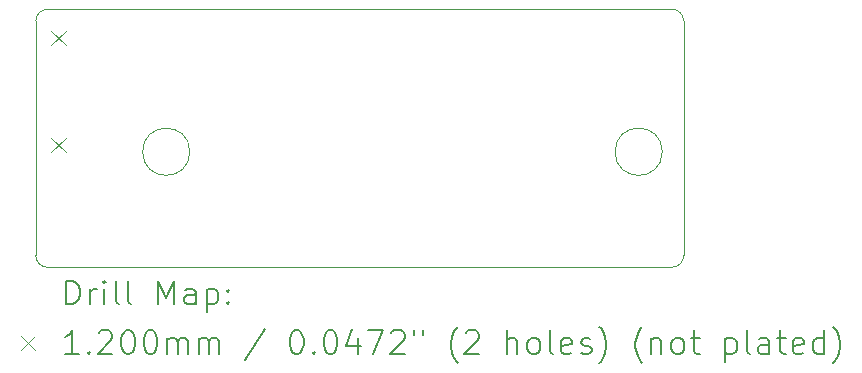
<source format=gbr>
%TF.GenerationSoftware,KiCad,Pcbnew,9.0.2*%
%TF.CreationDate,2025-07-07T17:18:13-07:00*%
%TF.ProjectId,switch_debounce_unit,73776974-6368-45f6-9465-626f756e6365,rev?*%
%TF.SameCoordinates,Original*%
%TF.FileFunction,Drillmap*%
%TF.FilePolarity,Positive*%
%FSLAX45Y45*%
G04 Gerber Fmt 4.5, Leading zero omitted, Abs format (unit mm)*
G04 Created by KiCad (PCBNEW 9.0.2) date 2025-07-07 17:18:13*
%MOMM*%
%LPD*%
G01*
G04 APERTURE LIST*
%ADD10C,0.050000*%
%ADD11C,0.200000*%
%ADD12C,0.120000*%
G04 APERTURE END LIST*
D10*
X6692900Y-3290900D02*
G75*
G02*
X6592900Y-3390900I-100000J0D01*
G01*
X1306500Y-3390900D02*
G75*
G02*
X1206500Y-3290900I0J100000D01*
G01*
X6592900Y-1206500D02*
G75*
G02*
X6692900Y-1306500I0J-100000D01*
G01*
X1206500Y-1306500D02*
G75*
G02*
X1306500Y-1206500I100000J0D01*
G01*
X6692900Y-1306500D02*
X6692900Y-3290900D01*
X1206500Y-3290900D02*
X1206500Y-1306500D01*
X6592900Y-3390900D02*
X1306500Y-3390900D01*
X1306500Y-1206500D02*
X6592900Y-1206500D01*
X6511400Y-2413000D02*
G75*
G02*
X6111400Y-2413000I-200000J0D01*
G01*
X6111400Y-2413000D02*
G75*
G02*
X6511400Y-2413000I200000J0D01*
G01*
X2511400Y-2413000D02*
G75*
G02*
X2111400Y-2413000I-200000J0D01*
G01*
X2111400Y-2413000D02*
G75*
G02*
X2511400Y-2413000I200000J0D01*
G01*
D11*
D12*
X1340200Y-1392900D02*
X1460200Y-1512900D01*
X1460200Y-1392900D02*
X1340200Y-1512900D01*
X1340200Y-2294600D02*
X1460200Y-2414600D01*
X1460200Y-2294600D02*
X1340200Y-2414600D01*
D11*
X1464777Y-3704884D02*
X1464777Y-3504884D01*
X1464777Y-3504884D02*
X1512396Y-3504884D01*
X1512396Y-3504884D02*
X1540967Y-3514408D01*
X1540967Y-3514408D02*
X1560015Y-3533455D01*
X1560015Y-3533455D02*
X1569539Y-3552503D01*
X1569539Y-3552503D02*
X1579062Y-3590598D01*
X1579062Y-3590598D02*
X1579062Y-3619169D01*
X1579062Y-3619169D02*
X1569539Y-3657265D01*
X1569539Y-3657265D02*
X1560015Y-3676312D01*
X1560015Y-3676312D02*
X1540967Y-3695360D01*
X1540967Y-3695360D02*
X1512396Y-3704884D01*
X1512396Y-3704884D02*
X1464777Y-3704884D01*
X1664777Y-3704884D02*
X1664777Y-3571550D01*
X1664777Y-3609646D02*
X1674301Y-3590598D01*
X1674301Y-3590598D02*
X1683824Y-3581074D01*
X1683824Y-3581074D02*
X1702872Y-3571550D01*
X1702872Y-3571550D02*
X1721920Y-3571550D01*
X1788586Y-3704884D02*
X1788586Y-3571550D01*
X1788586Y-3504884D02*
X1779062Y-3514408D01*
X1779062Y-3514408D02*
X1788586Y-3523931D01*
X1788586Y-3523931D02*
X1798110Y-3514408D01*
X1798110Y-3514408D02*
X1788586Y-3504884D01*
X1788586Y-3504884D02*
X1788586Y-3523931D01*
X1912396Y-3704884D02*
X1893348Y-3695360D01*
X1893348Y-3695360D02*
X1883824Y-3676312D01*
X1883824Y-3676312D02*
X1883824Y-3504884D01*
X2017158Y-3704884D02*
X1998110Y-3695360D01*
X1998110Y-3695360D02*
X1988586Y-3676312D01*
X1988586Y-3676312D02*
X1988586Y-3504884D01*
X2245729Y-3704884D02*
X2245729Y-3504884D01*
X2245729Y-3504884D02*
X2312396Y-3647741D01*
X2312396Y-3647741D02*
X2379063Y-3504884D01*
X2379063Y-3504884D02*
X2379063Y-3704884D01*
X2560015Y-3704884D02*
X2560015Y-3600122D01*
X2560015Y-3600122D02*
X2550491Y-3581074D01*
X2550491Y-3581074D02*
X2531444Y-3571550D01*
X2531444Y-3571550D02*
X2493348Y-3571550D01*
X2493348Y-3571550D02*
X2474301Y-3581074D01*
X2560015Y-3695360D02*
X2540967Y-3704884D01*
X2540967Y-3704884D02*
X2493348Y-3704884D01*
X2493348Y-3704884D02*
X2474301Y-3695360D01*
X2474301Y-3695360D02*
X2464777Y-3676312D01*
X2464777Y-3676312D02*
X2464777Y-3657265D01*
X2464777Y-3657265D02*
X2474301Y-3638217D01*
X2474301Y-3638217D02*
X2493348Y-3628693D01*
X2493348Y-3628693D02*
X2540967Y-3628693D01*
X2540967Y-3628693D02*
X2560015Y-3619169D01*
X2655253Y-3571550D02*
X2655253Y-3771550D01*
X2655253Y-3581074D02*
X2674301Y-3571550D01*
X2674301Y-3571550D02*
X2712396Y-3571550D01*
X2712396Y-3571550D02*
X2731444Y-3581074D01*
X2731444Y-3581074D02*
X2740967Y-3590598D01*
X2740967Y-3590598D02*
X2750491Y-3609646D01*
X2750491Y-3609646D02*
X2750491Y-3666788D01*
X2750491Y-3666788D02*
X2740967Y-3685836D01*
X2740967Y-3685836D02*
X2731444Y-3695360D01*
X2731444Y-3695360D02*
X2712396Y-3704884D01*
X2712396Y-3704884D02*
X2674301Y-3704884D01*
X2674301Y-3704884D02*
X2655253Y-3695360D01*
X2836205Y-3685836D02*
X2845729Y-3695360D01*
X2845729Y-3695360D02*
X2836205Y-3704884D01*
X2836205Y-3704884D02*
X2826682Y-3695360D01*
X2826682Y-3695360D02*
X2836205Y-3685836D01*
X2836205Y-3685836D02*
X2836205Y-3704884D01*
X2836205Y-3581074D02*
X2845729Y-3590598D01*
X2845729Y-3590598D02*
X2836205Y-3600122D01*
X2836205Y-3600122D02*
X2826682Y-3590598D01*
X2826682Y-3590598D02*
X2836205Y-3581074D01*
X2836205Y-3581074D02*
X2836205Y-3600122D01*
D12*
X1084000Y-3973400D02*
X1204000Y-4093400D01*
X1204000Y-3973400D02*
X1084000Y-4093400D01*
D11*
X1569539Y-4124884D02*
X1455253Y-4124884D01*
X1512396Y-4124884D02*
X1512396Y-3924884D01*
X1512396Y-3924884D02*
X1493348Y-3953455D01*
X1493348Y-3953455D02*
X1474301Y-3972503D01*
X1474301Y-3972503D02*
X1455253Y-3982027D01*
X1655253Y-4105836D02*
X1664777Y-4115360D01*
X1664777Y-4115360D02*
X1655253Y-4124884D01*
X1655253Y-4124884D02*
X1645729Y-4115360D01*
X1645729Y-4115360D02*
X1655253Y-4105836D01*
X1655253Y-4105836D02*
X1655253Y-4124884D01*
X1740967Y-3943931D02*
X1750491Y-3934408D01*
X1750491Y-3934408D02*
X1769539Y-3924884D01*
X1769539Y-3924884D02*
X1817158Y-3924884D01*
X1817158Y-3924884D02*
X1836205Y-3934408D01*
X1836205Y-3934408D02*
X1845729Y-3943931D01*
X1845729Y-3943931D02*
X1855253Y-3962979D01*
X1855253Y-3962979D02*
X1855253Y-3982027D01*
X1855253Y-3982027D02*
X1845729Y-4010598D01*
X1845729Y-4010598D02*
X1731443Y-4124884D01*
X1731443Y-4124884D02*
X1855253Y-4124884D01*
X1979062Y-3924884D02*
X1998110Y-3924884D01*
X1998110Y-3924884D02*
X2017158Y-3934408D01*
X2017158Y-3934408D02*
X2026682Y-3943931D01*
X2026682Y-3943931D02*
X2036205Y-3962979D01*
X2036205Y-3962979D02*
X2045729Y-4001074D01*
X2045729Y-4001074D02*
X2045729Y-4048693D01*
X2045729Y-4048693D02*
X2036205Y-4086788D01*
X2036205Y-4086788D02*
X2026682Y-4105836D01*
X2026682Y-4105836D02*
X2017158Y-4115360D01*
X2017158Y-4115360D02*
X1998110Y-4124884D01*
X1998110Y-4124884D02*
X1979062Y-4124884D01*
X1979062Y-4124884D02*
X1960015Y-4115360D01*
X1960015Y-4115360D02*
X1950491Y-4105836D01*
X1950491Y-4105836D02*
X1940967Y-4086788D01*
X1940967Y-4086788D02*
X1931443Y-4048693D01*
X1931443Y-4048693D02*
X1931443Y-4001074D01*
X1931443Y-4001074D02*
X1940967Y-3962979D01*
X1940967Y-3962979D02*
X1950491Y-3943931D01*
X1950491Y-3943931D02*
X1960015Y-3934408D01*
X1960015Y-3934408D02*
X1979062Y-3924884D01*
X2169539Y-3924884D02*
X2188586Y-3924884D01*
X2188586Y-3924884D02*
X2207634Y-3934408D01*
X2207634Y-3934408D02*
X2217158Y-3943931D01*
X2217158Y-3943931D02*
X2226682Y-3962979D01*
X2226682Y-3962979D02*
X2236205Y-4001074D01*
X2236205Y-4001074D02*
X2236205Y-4048693D01*
X2236205Y-4048693D02*
X2226682Y-4086788D01*
X2226682Y-4086788D02*
X2217158Y-4105836D01*
X2217158Y-4105836D02*
X2207634Y-4115360D01*
X2207634Y-4115360D02*
X2188586Y-4124884D01*
X2188586Y-4124884D02*
X2169539Y-4124884D01*
X2169539Y-4124884D02*
X2150491Y-4115360D01*
X2150491Y-4115360D02*
X2140967Y-4105836D01*
X2140967Y-4105836D02*
X2131444Y-4086788D01*
X2131444Y-4086788D02*
X2121920Y-4048693D01*
X2121920Y-4048693D02*
X2121920Y-4001074D01*
X2121920Y-4001074D02*
X2131444Y-3962979D01*
X2131444Y-3962979D02*
X2140967Y-3943931D01*
X2140967Y-3943931D02*
X2150491Y-3934408D01*
X2150491Y-3934408D02*
X2169539Y-3924884D01*
X2321920Y-4124884D02*
X2321920Y-3991550D01*
X2321920Y-4010598D02*
X2331444Y-4001074D01*
X2331444Y-4001074D02*
X2350491Y-3991550D01*
X2350491Y-3991550D02*
X2379063Y-3991550D01*
X2379063Y-3991550D02*
X2398110Y-4001074D01*
X2398110Y-4001074D02*
X2407634Y-4020122D01*
X2407634Y-4020122D02*
X2407634Y-4124884D01*
X2407634Y-4020122D02*
X2417158Y-4001074D01*
X2417158Y-4001074D02*
X2436205Y-3991550D01*
X2436205Y-3991550D02*
X2464777Y-3991550D01*
X2464777Y-3991550D02*
X2483825Y-4001074D01*
X2483825Y-4001074D02*
X2493348Y-4020122D01*
X2493348Y-4020122D02*
X2493348Y-4124884D01*
X2588586Y-4124884D02*
X2588586Y-3991550D01*
X2588586Y-4010598D02*
X2598110Y-4001074D01*
X2598110Y-4001074D02*
X2617158Y-3991550D01*
X2617158Y-3991550D02*
X2645729Y-3991550D01*
X2645729Y-3991550D02*
X2664777Y-4001074D01*
X2664777Y-4001074D02*
X2674301Y-4020122D01*
X2674301Y-4020122D02*
X2674301Y-4124884D01*
X2674301Y-4020122D02*
X2683825Y-4001074D01*
X2683825Y-4001074D02*
X2702872Y-3991550D01*
X2702872Y-3991550D02*
X2731444Y-3991550D01*
X2731444Y-3991550D02*
X2750491Y-4001074D01*
X2750491Y-4001074D02*
X2760015Y-4020122D01*
X2760015Y-4020122D02*
X2760015Y-4124884D01*
X3150491Y-3915360D02*
X2979063Y-4172503D01*
X3407634Y-3924884D02*
X3426682Y-3924884D01*
X3426682Y-3924884D02*
X3445729Y-3934408D01*
X3445729Y-3934408D02*
X3455253Y-3943931D01*
X3455253Y-3943931D02*
X3464777Y-3962979D01*
X3464777Y-3962979D02*
X3474301Y-4001074D01*
X3474301Y-4001074D02*
X3474301Y-4048693D01*
X3474301Y-4048693D02*
X3464777Y-4086788D01*
X3464777Y-4086788D02*
X3455253Y-4105836D01*
X3455253Y-4105836D02*
X3445729Y-4115360D01*
X3445729Y-4115360D02*
X3426682Y-4124884D01*
X3426682Y-4124884D02*
X3407634Y-4124884D01*
X3407634Y-4124884D02*
X3388586Y-4115360D01*
X3388586Y-4115360D02*
X3379063Y-4105836D01*
X3379063Y-4105836D02*
X3369539Y-4086788D01*
X3369539Y-4086788D02*
X3360015Y-4048693D01*
X3360015Y-4048693D02*
X3360015Y-4001074D01*
X3360015Y-4001074D02*
X3369539Y-3962979D01*
X3369539Y-3962979D02*
X3379063Y-3943931D01*
X3379063Y-3943931D02*
X3388586Y-3934408D01*
X3388586Y-3934408D02*
X3407634Y-3924884D01*
X3560015Y-4105836D02*
X3569539Y-4115360D01*
X3569539Y-4115360D02*
X3560015Y-4124884D01*
X3560015Y-4124884D02*
X3550491Y-4115360D01*
X3550491Y-4115360D02*
X3560015Y-4105836D01*
X3560015Y-4105836D02*
X3560015Y-4124884D01*
X3693348Y-3924884D02*
X3712396Y-3924884D01*
X3712396Y-3924884D02*
X3731444Y-3934408D01*
X3731444Y-3934408D02*
X3740967Y-3943931D01*
X3740967Y-3943931D02*
X3750491Y-3962979D01*
X3750491Y-3962979D02*
X3760015Y-4001074D01*
X3760015Y-4001074D02*
X3760015Y-4048693D01*
X3760015Y-4048693D02*
X3750491Y-4086788D01*
X3750491Y-4086788D02*
X3740967Y-4105836D01*
X3740967Y-4105836D02*
X3731444Y-4115360D01*
X3731444Y-4115360D02*
X3712396Y-4124884D01*
X3712396Y-4124884D02*
X3693348Y-4124884D01*
X3693348Y-4124884D02*
X3674301Y-4115360D01*
X3674301Y-4115360D02*
X3664777Y-4105836D01*
X3664777Y-4105836D02*
X3655253Y-4086788D01*
X3655253Y-4086788D02*
X3645729Y-4048693D01*
X3645729Y-4048693D02*
X3645729Y-4001074D01*
X3645729Y-4001074D02*
X3655253Y-3962979D01*
X3655253Y-3962979D02*
X3664777Y-3943931D01*
X3664777Y-3943931D02*
X3674301Y-3934408D01*
X3674301Y-3934408D02*
X3693348Y-3924884D01*
X3931444Y-3991550D02*
X3931444Y-4124884D01*
X3883825Y-3915360D02*
X3836206Y-4058217D01*
X3836206Y-4058217D02*
X3960015Y-4058217D01*
X4017158Y-3924884D02*
X4150491Y-3924884D01*
X4150491Y-3924884D02*
X4064777Y-4124884D01*
X4217158Y-3943931D02*
X4226682Y-3934408D01*
X4226682Y-3934408D02*
X4245729Y-3924884D01*
X4245729Y-3924884D02*
X4293349Y-3924884D01*
X4293349Y-3924884D02*
X4312396Y-3934408D01*
X4312396Y-3934408D02*
X4321920Y-3943931D01*
X4321920Y-3943931D02*
X4331444Y-3962979D01*
X4331444Y-3962979D02*
X4331444Y-3982027D01*
X4331444Y-3982027D02*
X4321920Y-4010598D01*
X4321920Y-4010598D02*
X4207634Y-4124884D01*
X4207634Y-4124884D02*
X4331444Y-4124884D01*
X4407634Y-3924884D02*
X4407634Y-3962979D01*
X4483825Y-3924884D02*
X4483825Y-3962979D01*
X4779063Y-4201074D02*
X4769539Y-4191550D01*
X4769539Y-4191550D02*
X4750491Y-4162979D01*
X4750491Y-4162979D02*
X4740968Y-4143931D01*
X4740968Y-4143931D02*
X4731444Y-4115360D01*
X4731444Y-4115360D02*
X4721920Y-4067741D01*
X4721920Y-4067741D02*
X4721920Y-4029646D01*
X4721920Y-4029646D02*
X4731444Y-3982027D01*
X4731444Y-3982027D02*
X4740968Y-3953455D01*
X4740968Y-3953455D02*
X4750491Y-3934408D01*
X4750491Y-3934408D02*
X4769539Y-3905836D01*
X4769539Y-3905836D02*
X4779063Y-3896312D01*
X4845730Y-3943931D02*
X4855253Y-3934408D01*
X4855253Y-3934408D02*
X4874301Y-3924884D01*
X4874301Y-3924884D02*
X4921920Y-3924884D01*
X4921920Y-3924884D02*
X4940968Y-3934408D01*
X4940968Y-3934408D02*
X4950491Y-3943931D01*
X4950491Y-3943931D02*
X4960015Y-3962979D01*
X4960015Y-3962979D02*
X4960015Y-3982027D01*
X4960015Y-3982027D02*
X4950491Y-4010598D01*
X4950491Y-4010598D02*
X4836206Y-4124884D01*
X4836206Y-4124884D02*
X4960015Y-4124884D01*
X5198111Y-4124884D02*
X5198111Y-3924884D01*
X5283825Y-4124884D02*
X5283825Y-4020122D01*
X5283825Y-4020122D02*
X5274301Y-4001074D01*
X5274301Y-4001074D02*
X5255253Y-3991550D01*
X5255253Y-3991550D02*
X5226682Y-3991550D01*
X5226682Y-3991550D02*
X5207634Y-4001074D01*
X5207634Y-4001074D02*
X5198111Y-4010598D01*
X5407634Y-4124884D02*
X5388587Y-4115360D01*
X5388587Y-4115360D02*
X5379063Y-4105836D01*
X5379063Y-4105836D02*
X5369539Y-4086788D01*
X5369539Y-4086788D02*
X5369539Y-4029646D01*
X5369539Y-4029646D02*
X5379063Y-4010598D01*
X5379063Y-4010598D02*
X5388587Y-4001074D01*
X5388587Y-4001074D02*
X5407634Y-3991550D01*
X5407634Y-3991550D02*
X5436206Y-3991550D01*
X5436206Y-3991550D02*
X5455253Y-4001074D01*
X5455253Y-4001074D02*
X5464777Y-4010598D01*
X5464777Y-4010598D02*
X5474301Y-4029646D01*
X5474301Y-4029646D02*
X5474301Y-4086788D01*
X5474301Y-4086788D02*
X5464777Y-4105836D01*
X5464777Y-4105836D02*
X5455253Y-4115360D01*
X5455253Y-4115360D02*
X5436206Y-4124884D01*
X5436206Y-4124884D02*
X5407634Y-4124884D01*
X5588587Y-4124884D02*
X5569539Y-4115360D01*
X5569539Y-4115360D02*
X5560015Y-4096312D01*
X5560015Y-4096312D02*
X5560015Y-3924884D01*
X5740968Y-4115360D02*
X5721920Y-4124884D01*
X5721920Y-4124884D02*
X5683825Y-4124884D01*
X5683825Y-4124884D02*
X5664777Y-4115360D01*
X5664777Y-4115360D02*
X5655253Y-4096312D01*
X5655253Y-4096312D02*
X5655253Y-4020122D01*
X5655253Y-4020122D02*
X5664777Y-4001074D01*
X5664777Y-4001074D02*
X5683825Y-3991550D01*
X5683825Y-3991550D02*
X5721920Y-3991550D01*
X5721920Y-3991550D02*
X5740968Y-4001074D01*
X5740968Y-4001074D02*
X5750491Y-4020122D01*
X5750491Y-4020122D02*
X5750491Y-4039169D01*
X5750491Y-4039169D02*
X5655253Y-4058217D01*
X5826682Y-4115360D02*
X5845730Y-4124884D01*
X5845730Y-4124884D02*
X5883825Y-4124884D01*
X5883825Y-4124884D02*
X5902872Y-4115360D01*
X5902872Y-4115360D02*
X5912396Y-4096312D01*
X5912396Y-4096312D02*
X5912396Y-4086788D01*
X5912396Y-4086788D02*
X5902872Y-4067741D01*
X5902872Y-4067741D02*
X5883825Y-4058217D01*
X5883825Y-4058217D02*
X5855253Y-4058217D01*
X5855253Y-4058217D02*
X5836206Y-4048693D01*
X5836206Y-4048693D02*
X5826682Y-4029646D01*
X5826682Y-4029646D02*
X5826682Y-4020122D01*
X5826682Y-4020122D02*
X5836206Y-4001074D01*
X5836206Y-4001074D02*
X5855253Y-3991550D01*
X5855253Y-3991550D02*
X5883825Y-3991550D01*
X5883825Y-3991550D02*
X5902872Y-4001074D01*
X5979063Y-4201074D02*
X5988587Y-4191550D01*
X5988587Y-4191550D02*
X6007634Y-4162979D01*
X6007634Y-4162979D02*
X6017158Y-4143931D01*
X6017158Y-4143931D02*
X6026682Y-4115360D01*
X6026682Y-4115360D02*
X6036206Y-4067741D01*
X6036206Y-4067741D02*
X6036206Y-4029646D01*
X6036206Y-4029646D02*
X6026682Y-3982027D01*
X6026682Y-3982027D02*
X6017158Y-3953455D01*
X6017158Y-3953455D02*
X6007634Y-3934408D01*
X6007634Y-3934408D02*
X5988587Y-3905836D01*
X5988587Y-3905836D02*
X5979063Y-3896312D01*
X6340968Y-4201074D02*
X6331444Y-4191550D01*
X6331444Y-4191550D02*
X6312396Y-4162979D01*
X6312396Y-4162979D02*
X6302872Y-4143931D01*
X6302872Y-4143931D02*
X6293349Y-4115360D01*
X6293349Y-4115360D02*
X6283825Y-4067741D01*
X6283825Y-4067741D02*
X6283825Y-4029646D01*
X6283825Y-4029646D02*
X6293349Y-3982027D01*
X6293349Y-3982027D02*
X6302872Y-3953455D01*
X6302872Y-3953455D02*
X6312396Y-3934408D01*
X6312396Y-3934408D02*
X6331444Y-3905836D01*
X6331444Y-3905836D02*
X6340968Y-3896312D01*
X6417158Y-3991550D02*
X6417158Y-4124884D01*
X6417158Y-4010598D02*
X6426682Y-4001074D01*
X6426682Y-4001074D02*
X6445730Y-3991550D01*
X6445730Y-3991550D02*
X6474301Y-3991550D01*
X6474301Y-3991550D02*
X6493349Y-4001074D01*
X6493349Y-4001074D02*
X6502872Y-4020122D01*
X6502872Y-4020122D02*
X6502872Y-4124884D01*
X6626682Y-4124884D02*
X6607634Y-4115360D01*
X6607634Y-4115360D02*
X6598111Y-4105836D01*
X6598111Y-4105836D02*
X6588587Y-4086788D01*
X6588587Y-4086788D02*
X6588587Y-4029646D01*
X6588587Y-4029646D02*
X6598111Y-4010598D01*
X6598111Y-4010598D02*
X6607634Y-4001074D01*
X6607634Y-4001074D02*
X6626682Y-3991550D01*
X6626682Y-3991550D02*
X6655253Y-3991550D01*
X6655253Y-3991550D02*
X6674301Y-4001074D01*
X6674301Y-4001074D02*
X6683825Y-4010598D01*
X6683825Y-4010598D02*
X6693349Y-4029646D01*
X6693349Y-4029646D02*
X6693349Y-4086788D01*
X6693349Y-4086788D02*
X6683825Y-4105836D01*
X6683825Y-4105836D02*
X6674301Y-4115360D01*
X6674301Y-4115360D02*
X6655253Y-4124884D01*
X6655253Y-4124884D02*
X6626682Y-4124884D01*
X6750492Y-3991550D02*
X6826682Y-3991550D01*
X6779063Y-3924884D02*
X6779063Y-4096312D01*
X6779063Y-4096312D02*
X6788587Y-4115360D01*
X6788587Y-4115360D02*
X6807634Y-4124884D01*
X6807634Y-4124884D02*
X6826682Y-4124884D01*
X7045730Y-3991550D02*
X7045730Y-4191550D01*
X7045730Y-4001074D02*
X7064777Y-3991550D01*
X7064777Y-3991550D02*
X7102873Y-3991550D01*
X7102873Y-3991550D02*
X7121920Y-4001074D01*
X7121920Y-4001074D02*
X7131444Y-4010598D01*
X7131444Y-4010598D02*
X7140968Y-4029646D01*
X7140968Y-4029646D02*
X7140968Y-4086788D01*
X7140968Y-4086788D02*
X7131444Y-4105836D01*
X7131444Y-4105836D02*
X7121920Y-4115360D01*
X7121920Y-4115360D02*
X7102873Y-4124884D01*
X7102873Y-4124884D02*
X7064777Y-4124884D01*
X7064777Y-4124884D02*
X7045730Y-4115360D01*
X7255253Y-4124884D02*
X7236206Y-4115360D01*
X7236206Y-4115360D02*
X7226682Y-4096312D01*
X7226682Y-4096312D02*
X7226682Y-3924884D01*
X7417158Y-4124884D02*
X7417158Y-4020122D01*
X7417158Y-4020122D02*
X7407634Y-4001074D01*
X7407634Y-4001074D02*
X7388587Y-3991550D01*
X7388587Y-3991550D02*
X7350492Y-3991550D01*
X7350492Y-3991550D02*
X7331444Y-4001074D01*
X7417158Y-4115360D02*
X7398111Y-4124884D01*
X7398111Y-4124884D02*
X7350492Y-4124884D01*
X7350492Y-4124884D02*
X7331444Y-4115360D01*
X7331444Y-4115360D02*
X7321920Y-4096312D01*
X7321920Y-4096312D02*
X7321920Y-4077265D01*
X7321920Y-4077265D02*
X7331444Y-4058217D01*
X7331444Y-4058217D02*
X7350492Y-4048693D01*
X7350492Y-4048693D02*
X7398111Y-4048693D01*
X7398111Y-4048693D02*
X7417158Y-4039169D01*
X7483825Y-3991550D02*
X7560015Y-3991550D01*
X7512396Y-3924884D02*
X7512396Y-4096312D01*
X7512396Y-4096312D02*
X7521920Y-4115360D01*
X7521920Y-4115360D02*
X7540968Y-4124884D01*
X7540968Y-4124884D02*
X7560015Y-4124884D01*
X7702873Y-4115360D02*
X7683825Y-4124884D01*
X7683825Y-4124884D02*
X7645730Y-4124884D01*
X7645730Y-4124884D02*
X7626682Y-4115360D01*
X7626682Y-4115360D02*
X7617158Y-4096312D01*
X7617158Y-4096312D02*
X7617158Y-4020122D01*
X7617158Y-4020122D02*
X7626682Y-4001074D01*
X7626682Y-4001074D02*
X7645730Y-3991550D01*
X7645730Y-3991550D02*
X7683825Y-3991550D01*
X7683825Y-3991550D02*
X7702873Y-4001074D01*
X7702873Y-4001074D02*
X7712396Y-4020122D01*
X7712396Y-4020122D02*
X7712396Y-4039169D01*
X7712396Y-4039169D02*
X7617158Y-4058217D01*
X7883825Y-4124884D02*
X7883825Y-3924884D01*
X7883825Y-4115360D02*
X7864777Y-4124884D01*
X7864777Y-4124884D02*
X7826682Y-4124884D01*
X7826682Y-4124884D02*
X7807634Y-4115360D01*
X7807634Y-4115360D02*
X7798111Y-4105836D01*
X7798111Y-4105836D02*
X7788587Y-4086788D01*
X7788587Y-4086788D02*
X7788587Y-4029646D01*
X7788587Y-4029646D02*
X7798111Y-4010598D01*
X7798111Y-4010598D02*
X7807634Y-4001074D01*
X7807634Y-4001074D02*
X7826682Y-3991550D01*
X7826682Y-3991550D02*
X7864777Y-3991550D01*
X7864777Y-3991550D02*
X7883825Y-4001074D01*
X7960015Y-4201074D02*
X7969539Y-4191550D01*
X7969539Y-4191550D02*
X7988587Y-4162979D01*
X7988587Y-4162979D02*
X7998111Y-4143931D01*
X7998111Y-4143931D02*
X8007634Y-4115360D01*
X8007634Y-4115360D02*
X8017158Y-4067741D01*
X8017158Y-4067741D02*
X8017158Y-4029646D01*
X8017158Y-4029646D02*
X8007634Y-3982027D01*
X8007634Y-3982027D02*
X7998111Y-3953455D01*
X7998111Y-3953455D02*
X7988587Y-3934408D01*
X7988587Y-3934408D02*
X7969539Y-3905836D01*
X7969539Y-3905836D02*
X7960015Y-3896312D01*
M02*

</source>
